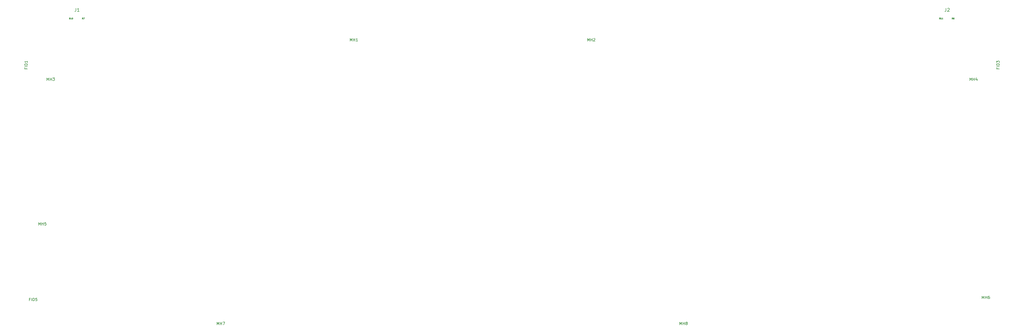
<source format=gto>
G04 #@! TF.GenerationSoftware,KiCad,Pcbnew,(2017-04-15 revision 60310b3d3)-makepkg*
G04 #@! TF.CreationDate,2017-04-19T10:34:45-04:00*
G04 #@! TF.ProjectId,KType,4B547970652E6B696361645F70636200,1.01a*
G04 #@! TF.FileFunction,Legend,Top*
G04 #@! TF.FilePolarity,Positive*
%FSLAX46Y46*%
G04 Gerber Fmt 4.6, Leading zero omitted, Abs format (unit mm)*
G04 Created by KiCad (PCBNEW (2017-04-15 revision 60310b3d3)-makepkg) date 04/19/17 10:34:45*
%MOMM*%
%LPD*%
G01*
G04 APERTURE LIST*
%ADD10C,0.150000*%
%ADD11C,0.200000*%
%ADD12C,0.127000*%
G04 APERTURE END LIST*
D10*
D11*
X50400000Y-36401157D02*
X50400000Y-37258300D01*
X50342857Y-37429728D01*
X50228571Y-37544014D01*
X50057142Y-37601157D01*
X49942857Y-37601157D01*
X51600000Y-37601157D02*
X50914285Y-37601157D01*
X51257142Y-37601157D02*
X51257142Y-36401157D01*
X51142857Y-36572585D01*
X51028571Y-36686871D01*
X50914285Y-36744014D01*
X364725000Y-36401157D02*
X364725000Y-37258300D01*
X364667857Y-37429728D01*
X364553571Y-37544014D01*
X364382142Y-37601157D01*
X364267857Y-37601157D01*
X365239285Y-36515442D02*
X365296428Y-36458300D01*
X365410714Y-36401157D01*
X365696428Y-36401157D01*
X365810714Y-36458300D01*
X365867857Y-36515442D01*
X365925000Y-36629728D01*
X365925000Y-36744014D01*
X365867857Y-36915442D01*
X365182142Y-37601157D01*
X365925000Y-37601157D01*
D12*
X367199333Y-40361809D02*
X367030000Y-40119904D01*
X366909047Y-40361809D02*
X366909047Y-39853809D01*
X367102571Y-39853809D01*
X367150952Y-39878000D01*
X367175142Y-39902190D01*
X367199333Y-39950571D01*
X367199333Y-40023142D01*
X367175142Y-40071523D01*
X367150952Y-40095714D01*
X367102571Y-40119904D01*
X366909047Y-40119904D01*
X367489619Y-40071523D02*
X367441238Y-40047333D01*
X367417047Y-40023142D01*
X367392857Y-39974761D01*
X367392857Y-39950571D01*
X367417047Y-39902190D01*
X367441238Y-39878000D01*
X367489619Y-39853809D01*
X367586380Y-39853809D01*
X367634761Y-39878000D01*
X367658952Y-39902190D01*
X367683142Y-39950571D01*
X367683142Y-39974761D01*
X367658952Y-40023142D01*
X367634761Y-40047333D01*
X367586380Y-40071523D01*
X367489619Y-40071523D01*
X367441238Y-40095714D01*
X367417047Y-40119904D01*
X367392857Y-40168285D01*
X367392857Y-40265047D01*
X367417047Y-40313428D01*
X367441238Y-40337619D01*
X367489619Y-40361809D01*
X367586380Y-40361809D01*
X367634761Y-40337619D01*
X367658952Y-40313428D01*
X367683142Y-40265047D01*
X367683142Y-40168285D01*
X367658952Y-40119904D01*
X367634761Y-40095714D01*
X367586380Y-40071523D01*
X362639428Y-40361809D02*
X362470095Y-40119904D01*
X362349142Y-40361809D02*
X362349142Y-39853809D01*
X362542666Y-39853809D01*
X362591047Y-39878000D01*
X362615238Y-39902190D01*
X362639428Y-39950571D01*
X362639428Y-40023142D01*
X362615238Y-40071523D01*
X362591047Y-40095714D01*
X362542666Y-40119904D01*
X362349142Y-40119904D01*
X363123238Y-40361809D02*
X362832952Y-40361809D01*
X362978095Y-40361809D02*
X362978095Y-39853809D01*
X362929714Y-39926380D01*
X362881333Y-39974761D01*
X362832952Y-39998952D01*
X363607047Y-40361809D02*
X363316761Y-40361809D01*
X363461904Y-40361809D02*
X363461904Y-39853809D01*
X363413523Y-39926380D01*
X363365142Y-39974761D01*
X363316761Y-39998952D01*
X53001333Y-40361809D02*
X52832000Y-40119904D01*
X52711047Y-40361809D02*
X52711047Y-39853809D01*
X52904571Y-39853809D01*
X52952952Y-39878000D01*
X52977142Y-39902190D01*
X53001333Y-39950571D01*
X53001333Y-40023142D01*
X52977142Y-40071523D01*
X52952952Y-40095714D01*
X52904571Y-40119904D01*
X52711047Y-40119904D01*
X53170666Y-39853809D02*
X53509333Y-39853809D01*
X53291619Y-40361809D01*
X48314428Y-40361809D02*
X48145095Y-40119904D01*
X48024142Y-40361809D02*
X48024142Y-39853809D01*
X48217666Y-39853809D01*
X48266047Y-39878000D01*
X48290238Y-39902190D01*
X48314428Y-39950571D01*
X48314428Y-40023142D01*
X48290238Y-40071523D01*
X48266047Y-40095714D01*
X48217666Y-40119904D01*
X48024142Y-40119904D01*
X48798238Y-40361809D02*
X48507952Y-40361809D01*
X48653095Y-40361809D02*
X48653095Y-39853809D01*
X48604714Y-39926380D01*
X48556333Y-39974761D01*
X48507952Y-39998952D01*
X49112714Y-39853809D02*
X49161095Y-39853809D01*
X49209476Y-39878000D01*
X49233666Y-39902190D01*
X49257857Y-39950571D01*
X49282047Y-40047333D01*
X49282047Y-40168285D01*
X49257857Y-40265047D01*
X49233666Y-40313428D01*
X49209476Y-40337619D01*
X49161095Y-40361809D01*
X49112714Y-40361809D01*
X49064333Y-40337619D01*
X49040142Y-40313428D01*
X49015952Y-40265047D01*
X48991761Y-40168285D01*
X48991761Y-40047333D01*
X49015952Y-39950571D01*
X49040142Y-39902190D01*
X49064333Y-39878000D01*
X49112714Y-39853809D01*
D11*
X33853571Y-141890571D02*
X33520238Y-141890571D01*
X33520238Y-142414380D02*
X33520238Y-141414380D01*
X33996428Y-141414380D01*
X34377380Y-142414380D02*
X34377380Y-141414380D01*
X34853571Y-142414380D02*
X34853571Y-141414380D01*
X35091666Y-141414380D01*
X35234523Y-141462000D01*
X35329761Y-141557238D01*
X35377380Y-141652476D01*
X35425000Y-141842952D01*
X35425000Y-141985809D01*
X35377380Y-142176285D01*
X35329761Y-142271523D01*
X35234523Y-142366761D01*
X35091666Y-142414380D01*
X34853571Y-142414380D01*
X36329761Y-141414380D02*
X35853571Y-141414380D01*
X35805952Y-141890571D01*
X35853571Y-141842952D01*
X35948809Y-141795333D01*
X36186904Y-141795333D01*
X36282142Y-141842952D01*
X36329761Y-141890571D01*
X36377380Y-141985809D01*
X36377380Y-142223904D01*
X36329761Y-142319142D01*
X36282142Y-142366761D01*
X36186904Y-142414380D01*
X35948809Y-142414380D01*
X35853571Y-142366761D01*
X35805952Y-142319142D01*
X32353571Y-58030928D02*
X32353571Y-58364261D01*
X32877380Y-58364261D02*
X31877380Y-58364261D01*
X31877380Y-57888071D01*
X32877380Y-57507119D02*
X31877380Y-57507119D01*
X32877380Y-57030928D02*
X31877380Y-57030928D01*
X31877380Y-56792833D01*
X31925000Y-56649976D01*
X32020238Y-56554738D01*
X32115476Y-56507119D01*
X32305952Y-56459500D01*
X32448809Y-56459500D01*
X32639285Y-56507119D01*
X32734523Y-56554738D01*
X32829761Y-56649976D01*
X32877380Y-56792833D01*
X32877380Y-57030928D01*
X32877380Y-55507119D02*
X32877380Y-56078547D01*
X32877380Y-55792833D02*
X31877380Y-55792833D01*
X32020238Y-55888071D01*
X32115476Y-55983309D01*
X32163095Y-56078547D01*
X383428571Y-58030928D02*
X383428571Y-58364261D01*
X383952380Y-58364261D02*
X382952380Y-58364261D01*
X382952380Y-57888071D01*
X383952380Y-57507119D02*
X382952380Y-57507119D01*
X383952380Y-57030928D02*
X382952380Y-57030928D01*
X382952380Y-56792833D01*
X383000000Y-56649976D01*
X383095238Y-56554738D01*
X383190476Y-56507119D01*
X383380952Y-56459500D01*
X383523809Y-56459500D01*
X383714285Y-56507119D01*
X383809523Y-56554738D01*
X383904761Y-56649976D01*
X383952380Y-56792833D01*
X383952380Y-57030928D01*
X382952380Y-56126166D02*
X382952380Y-55507119D01*
X383333333Y-55840452D01*
X383333333Y-55697595D01*
X383380952Y-55602357D01*
X383428571Y-55554738D01*
X383523809Y-55507119D01*
X383761904Y-55507119D01*
X383857142Y-55554738D01*
X383904761Y-55602357D01*
X383952380Y-55697595D01*
X383952380Y-55983309D01*
X383904761Y-56078547D01*
X383857142Y-56126166D01*
X36931666Y-114992380D02*
X36931666Y-113992380D01*
X37265000Y-114706666D01*
X37598333Y-113992380D01*
X37598333Y-114992380D01*
X38074523Y-114992380D02*
X38074523Y-113992380D01*
X38074523Y-114468571D02*
X38645952Y-114468571D01*
X38645952Y-114992380D02*
X38645952Y-113992380D01*
X39598333Y-113992380D02*
X39122142Y-113992380D01*
X39074523Y-114468571D01*
X39122142Y-114420952D01*
X39217380Y-114373333D01*
X39455476Y-114373333D01*
X39550714Y-114420952D01*
X39598333Y-114468571D01*
X39645952Y-114563809D01*
X39645952Y-114801904D01*
X39598333Y-114897142D01*
X39550714Y-114944761D01*
X39455476Y-114992380D01*
X39217380Y-114992380D01*
X39122142Y-114944761D01*
X39074523Y-114897142D01*
X101371666Y-151092380D02*
X101371666Y-150092380D01*
X101705000Y-150806666D01*
X102038333Y-150092380D01*
X102038333Y-151092380D01*
X102514523Y-151092380D02*
X102514523Y-150092380D01*
X102514523Y-150568571D02*
X103085952Y-150568571D01*
X103085952Y-151092380D02*
X103085952Y-150092380D01*
X103466904Y-150092380D02*
X104133571Y-150092380D01*
X103705000Y-151092380D01*
X268541666Y-151092380D02*
X268541666Y-150092380D01*
X268875000Y-150806666D01*
X269208333Y-150092380D01*
X269208333Y-151092380D01*
X269684523Y-151092380D02*
X269684523Y-150092380D01*
X269684523Y-150568571D02*
X270255952Y-150568571D01*
X270255952Y-151092380D02*
X270255952Y-150092380D01*
X270875000Y-150520952D02*
X270779761Y-150473333D01*
X270732142Y-150425714D01*
X270684523Y-150330476D01*
X270684523Y-150282857D01*
X270732142Y-150187619D01*
X270779761Y-150140000D01*
X270875000Y-150092380D01*
X271065476Y-150092380D01*
X271160714Y-150140000D01*
X271208333Y-150187619D01*
X271255952Y-150282857D01*
X271255952Y-150330476D01*
X271208333Y-150425714D01*
X271160714Y-150473333D01*
X271065476Y-150520952D01*
X270875000Y-150520952D01*
X270779761Y-150568571D01*
X270732142Y-150616190D01*
X270684523Y-150711428D01*
X270684523Y-150901904D01*
X270732142Y-150997142D01*
X270779761Y-151044761D01*
X270875000Y-151092380D01*
X271065476Y-151092380D01*
X271160714Y-151044761D01*
X271208333Y-150997142D01*
X271255952Y-150901904D01*
X271255952Y-150711428D01*
X271208333Y-150616190D01*
X271160714Y-150568571D01*
X271065476Y-150520952D01*
X235201666Y-48321880D02*
X235201666Y-47321880D01*
X235535000Y-48036166D01*
X235868333Y-47321880D01*
X235868333Y-48321880D01*
X236344523Y-48321880D02*
X236344523Y-47321880D01*
X236344523Y-47798071D02*
X236915952Y-47798071D01*
X236915952Y-48321880D02*
X236915952Y-47321880D01*
X237344523Y-47417119D02*
X237392142Y-47369500D01*
X237487380Y-47321880D01*
X237725476Y-47321880D01*
X237820714Y-47369500D01*
X237868333Y-47417119D01*
X237915952Y-47512357D01*
X237915952Y-47607595D01*
X237868333Y-47750452D01*
X237296904Y-48321880D01*
X237915952Y-48321880D01*
X149471666Y-48321880D02*
X149471666Y-47321880D01*
X149805000Y-48036166D01*
X150138333Y-47321880D01*
X150138333Y-48321880D01*
X150614523Y-48321880D02*
X150614523Y-47321880D01*
X150614523Y-47798071D02*
X151185952Y-47798071D01*
X151185952Y-48321880D02*
X151185952Y-47321880D01*
X152185952Y-48321880D02*
X151614523Y-48321880D01*
X151900238Y-48321880D02*
X151900238Y-47321880D01*
X151805000Y-47464738D01*
X151709761Y-47559976D01*
X151614523Y-47607595D01*
X39941666Y-62601880D02*
X39941666Y-61601880D01*
X40275000Y-62316166D01*
X40608333Y-61601880D01*
X40608333Y-62601880D01*
X41084523Y-62601880D02*
X41084523Y-61601880D01*
X41084523Y-62078071D02*
X41655952Y-62078071D01*
X41655952Y-62601880D02*
X41655952Y-61601880D01*
X42036904Y-61601880D02*
X42655952Y-61601880D01*
X42322619Y-61982833D01*
X42465476Y-61982833D01*
X42560714Y-62030452D01*
X42608333Y-62078071D01*
X42655952Y-62173309D01*
X42655952Y-62411404D01*
X42608333Y-62506642D01*
X42560714Y-62554261D01*
X42465476Y-62601880D01*
X42179761Y-62601880D01*
X42084523Y-62554261D01*
X42036904Y-62506642D01*
X377761666Y-141654380D02*
X377761666Y-140654380D01*
X378095000Y-141368666D01*
X378428333Y-140654380D01*
X378428333Y-141654380D01*
X378904523Y-141654380D02*
X378904523Y-140654380D01*
X378904523Y-141130571D02*
X379475952Y-141130571D01*
X379475952Y-141654380D02*
X379475952Y-140654380D01*
X380380714Y-140654380D02*
X380190238Y-140654380D01*
X380095000Y-140702000D01*
X380047380Y-140749619D01*
X379952142Y-140892476D01*
X379904523Y-141082952D01*
X379904523Y-141463904D01*
X379952142Y-141559142D01*
X379999761Y-141606761D01*
X380095000Y-141654380D01*
X380285476Y-141654380D01*
X380380714Y-141606761D01*
X380428333Y-141559142D01*
X380475952Y-141463904D01*
X380475952Y-141225809D01*
X380428333Y-141130571D01*
X380380714Y-141082952D01*
X380285476Y-141035333D01*
X380095000Y-141035333D01*
X379999761Y-141082952D01*
X379952142Y-141130571D01*
X379904523Y-141225809D01*
X373316666Y-62602380D02*
X373316666Y-61602380D01*
X373650000Y-62316666D01*
X373983333Y-61602380D01*
X373983333Y-62602380D01*
X374459523Y-62602380D02*
X374459523Y-61602380D01*
X374459523Y-62078571D02*
X375030952Y-62078571D01*
X375030952Y-62602380D02*
X375030952Y-61602380D01*
X375935714Y-61935714D02*
X375935714Y-62602380D01*
X375697619Y-61554761D02*
X375459523Y-62269047D01*
X376078571Y-62269047D01*
M02*

</source>
